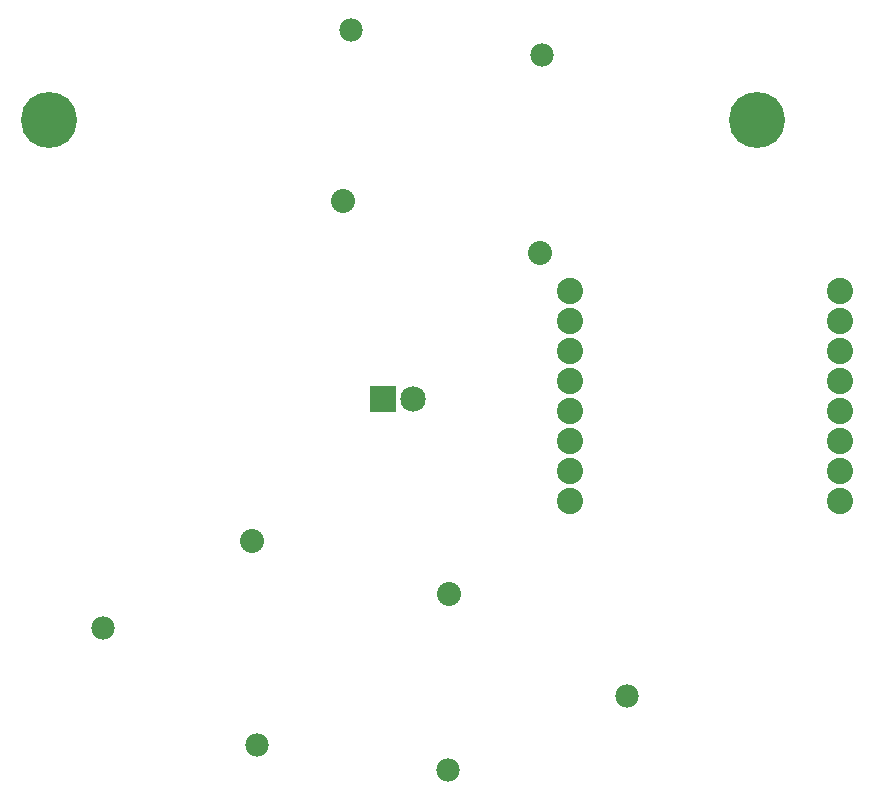
<source format=gbs>
G04 MADE WITH FRITZING*
G04 WWW.FRITZING.ORG*
G04 DOUBLE SIDED*
G04 HOLES PLATED*
G04 CONTOUR ON CENTER OF CONTOUR VECTOR*
%ASAXBY*%
%FSLAX23Y23*%
%MOIN*%
%OFA0B0*%
%SFA1.0B1.0*%
%ADD10C,0.085000*%
%ADD11C,0.078000*%
%ADD12C,0.080000*%
%ADD13C,0.087778*%
%ADD14C,0.187165*%
%ADD15R,0.085000X0.085000*%
%LNMASK0*%
G90*
G70*
G54D10*
X1722Y1772D03*
X1822Y1772D03*
G54D11*
X1614Y2999D03*
X2252Y2916D03*
X1940Y533D03*
X1301Y617D03*
X2534Y779D03*
X789Y1008D03*
X1614Y2999D03*
X2252Y2916D03*
X1940Y533D03*
X1301Y617D03*
X2534Y779D03*
X789Y1008D03*
G54D12*
X1590Y2432D03*
X2246Y2258D03*
X1941Y1122D03*
X1285Y1297D03*
X1590Y2432D03*
X2246Y2258D03*
X1941Y1122D03*
X1285Y1297D03*
G54D13*
X2345Y2132D03*
X2345Y2032D03*
X2345Y1932D03*
X2345Y1832D03*
X2345Y1732D03*
X2345Y1632D03*
X2345Y1532D03*
X2345Y1432D03*
X3245Y1432D03*
X3245Y1532D03*
X3245Y1632D03*
X3245Y1732D03*
X3245Y1832D03*
X3245Y1932D03*
X3245Y2032D03*
X3245Y2132D03*
G54D14*
X2970Y2701D03*
X608Y2701D03*
G54D15*
X1722Y1772D03*
G04 End of Mask0*
M02*
</source>
